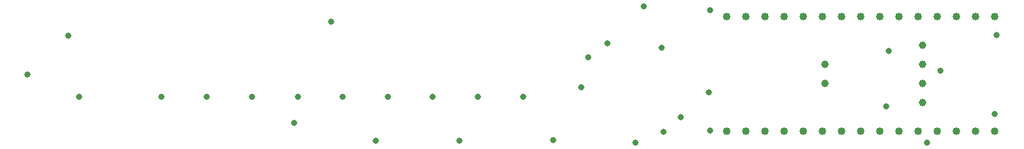
<source format=gbr>
%TF.GenerationSoftware,KiCad,Pcbnew,9.0.1*%
%TF.CreationDate,2025-04-29T17:49:44+02:00*%
%TF.ProjectId,Projet S6,50726f6a-6574-4205-9336-2e6b69636164,rev?*%
%TF.SameCoordinates,Original*%
%TF.FileFunction,Plated,1,2,PTH,Drill*%
%TF.FilePolarity,Positive*%
%FSLAX46Y46*%
G04 Gerber Fmt 4.6, Leading zero omitted, Abs format (unit mm)*
G04 Created by KiCad (PCBNEW 9.0.1) date 2025-04-29 17:49:44*
%MOMM*%
%LPD*%
G01*
G04 APERTURE LIST*
%TA.AperFunction,ViaDrill*%
%ADD10C,0.800000*%
%TD*%
%TA.AperFunction,ComponentDrill*%
%ADD11C,1.000000*%
%TD*%
%TA.AperFunction,ComponentDrill*%
%ADD12C,1.020000*%
%TD*%
G04 APERTURE END LIST*
D10*
X51200000Y-70100000D03*
X56600000Y-64900000D03*
X58100000Y-73000000D03*
X69000000Y-73000000D03*
X75000000Y-73000000D03*
X81000000Y-73000000D03*
X86600000Y-76500000D03*
X87100000Y-73000000D03*
X91500000Y-63000000D03*
X93000000Y-73000000D03*
X97400000Y-78900000D03*
X99000000Y-73000000D03*
X105000000Y-73000000D03*
X108500000Y-78900000D03*
X111000000Y-73000000D03*
X117000000Y-73000000D03*
X121000000Y-78800000D03*
X124700000Y-71800000D03*
X125600000Y-67800000D03*
X128200000Y-65900000D03*
X131900000Y-79100000D03*
X133000000Y-61000000D03*
X135400000Y-66500000D03*
X135600000Y-77700000D03*
X137900000Y-75700000D03*
X141600000Y-72400000D03*
X141800000Y-61500000D03*
X141800000Y-77500000D03*
X165200000Y-74300000D03*
X165500000Y-66900000D03*
X170600000Y-79100000D03*
X172400000Y-69600000D03*
X179600000Y-75300000D03*
X179800000Y-64800000D03*
D11*
%TO.C,J101*%
X157000000Y-68750000D03*
X157000000Y-71250000D03*
%TO.C,J3*%
X170000000Y-66190000D03*
X170000000Y-68730000D03*
X170000000Y-71270000D03*
X170000000Y-73810000D03*
D12*
%TO.C,Nucleo2*%
X144000000Y-62380000D03*
X144000000Y-77620000D03*
X146540000Y-62380000D03*
X146540000Y-77620000D03*
X149080000Y-62380000D03*
X149080000Y-77620000D03*
X151620000Y-62380000D03*
X151620000Y-77620000D03*
X154160000Y-62380000D03*
X154160000Y-77620000D03*
X156700000Y-62380000D03*
X156700000Y-77620000D03*
X159240000Y-62380000D03*
X159240000Y-77620000D03*
X161780000Y-62380000D03*
X161780000Y-77620000D03*
X164320000Y-62380000D03*
X164320000Y-77620000D03*
X166860000Y-62380000D03*
X166860000Y-77620000D03*
X169400000Y-62380000D03*
X169400000Y-77620000D03*
X171940000Y-62380000D03*
X171940000Y-77620000D03*
X174480000Y-62380000D03*
X174480000Y-77620000D03*
X177020000Y-62380000D03*
X177020000Y-77620000D03*
X179560000Y-62380000D03*
X179560000Y-77620000D03*
M02*

</source>
